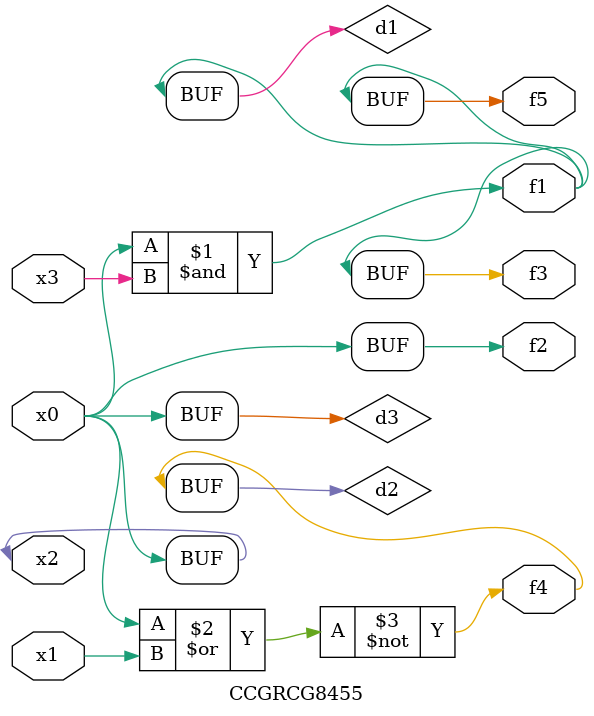
<source format=v>
module CCGRCG8455(
	input x0, x1, x2, x3,
	output f1, f2, f3, f4, f5
);

	wire d1, d2, d3;

	and (d1, x2, x3);
	nor (d2, x0, x1);
	buf (d3, x0, x2);
	assign f1 = d1;
	assign f2 = d3;
	assign f3 = d1;
	assign f4 = d2;
	assign f5 = d1;
endmodule

</source>
